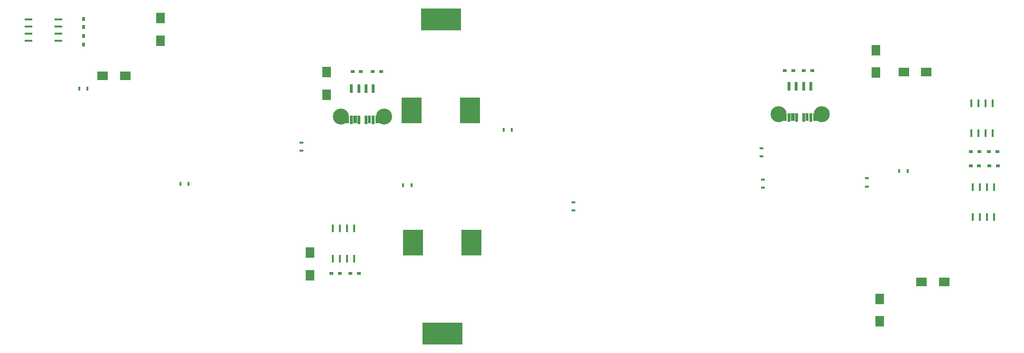
<source format=gbr>
G04 #@! TF.FileFunction,Paste,Top*
%FSLAX46Y46*%
G04 Gerber Fmt 4.6, Leading zero omitted, Abs format (unit mm)*
G04 Created by KiCad (PCBNEW 4.0.1-stable) date 12/11/2016 23:05:32*
%MOMM*%
G01*
G04 APERTURE LIST*
%ADD10C,0.100000*%
%ADD11R,1.560000X1.860000*%
%ADD12R,0.710000X1.410000*%
%ADD13R,0.610000X1.410000*%
%ADD14R,0.510000X1.610000*%
%ADD15C,2.860000*%
%ADD16R,0.660000X0.610000*%
%ADD17R,0.610000X0.660000*%
%ADD18R,7.226000X3.924000*%
%ADD19R,3.670000X4.686000*%
%ADD20R,0.460000X1.410000*%
%ADD21R,1.410000X0.460000*%
%ADD22R,0.360000X0.760000*%
%ADD23R,0.760000X0.360000*%
%ADD24R,1.860000X1.560000*%
G04 APERTURE END LIST*
D10*
D11*
X72644000Y29406000D03*
X72644000Y33406000D03*
D12*
X84709000Y57271000D03*
D13*
X83259000Y57271000D03*
D12*
X79309000Y57271000D03*
X80759000Y57271000D03*
D14*
X80059000Y57171000D03*
X81379000Y57171000D03*
X82639000Y57171000D03*
X83959000Y57171000D03*
X83959000Y62761000D03*
X82639000Y62761000D03*
X81359000Y62761000D03*
X80059000Y62781000D03*
D15*
X78149000Y57771000D03*
X85869000Y57771000D03*
D16*
X83864000Y65771000D03*
X85364000Y65771000D03*
D17*
X32258000Y73709000D03*
X32258000Y75209000D03*
D16*
X160764000Y65971000D03*
X162264000Y65971000D03*
D18*
X96266000Y18960000D03*
D19*
X101473000Y35216000D03*
X91059000Y35216000D03*
D18*
X96012000Y75094000D03*
D19*
X90805000Y58838000D03*
X101219000Y58838000D03*
D16*
X81364000Y29755000D03*
X79864000Y29755000D03*
X78015000Y29755000D03*
X76515000Y29755000D03*
X190564000Y51471000D03*
X192064000Y51471000D03*
X193864000Y48971000D03*
X195364000Y48971000D03*
X190512000Y48971000D03*
X192012000Y48971000D03*
D17*
X32258000Y70621000D03*
X32258000Y72121000D03*
D20*
X80584000Y37771000D03*
X79314000Y37771000D03*
X78044000Y37771000D03*
X76774000Y37771000D03*
X76774000Y32371000D03*
X78044000Y32371000D03*
X79314000Y32371000D03*
X80584000Y32371000D03*
X194437000Y60141000D03*
X193167000Y60141000D03*
X191897000Y60141000D03*
X190627000Y60141000D03*
X190627000Y54741000D03*
X191897000Y54741000D03*
X193167000Y54741000D03*
X194437000Y54741000D03*
X190881000Y39755000D03*
X192151000Y39755000D03*
X193421000Y39755000D03*
X194691000Y39755000D03*
X194691000Y45155000D03*
X193421000Y45155000D03*
X192151000Y45155000D03*
X190881000Y45155000D03*
D21*
X22446000Y75094000D03*
X22446000Y73824000D03*
X22446000Y72554000D03*
X22446000Y71284000D03*
X27846000Y71284000D03*
X27846000Y72554000D03*
X27846000Y73824000D03*
X27846000Y75094000D03*
D16*
X80276000Y65823000D03*
X81776000Y65823000D03*
X157364000Y65971000D03*
X158864000Y65971000D03*
X193764000Y51471000D03*
X195264000Y51471000D03*
D22*
X51042000Y45757000D03*
X49542000Y45757000D03*
X31508000Y62775000D03*
X33008000Y62775000D03*
X90764000Y45471000D03*
X89264000Y45471000D03*
D23*
X71120000Y51611000D03*
X71120000Y53111000D03*
X119634000Y40943000D03*
X119634000Y42443000D03*
D22*
X108700000Y55409000D03*
X107200000Y55409000D03*
D23*
X153416000Y45007000D03*
X153416000Y46507000D03*
X153162000Y50595000D03*
X153162000Y52095000D03*
X172014000Y45221000D03*
X172014000Y46721000D03*
D22*
X179264000Y47971000D03*
X177764000Y47971000D03*
D12*
X162764000Y57681000D03*
D13*
X161314000Y57681000D03*
D12*
X157364000Y57681000D03*
X158814000Y57681000D03*
D14*
X158114000Y57581000D03*
X159434000Y57581000D03*
X160694000Y57581000D03*
X162014000Y57581000D03*
X162014000Y63171000D03*
X160694000Y63171000D03*
X159414000Y63171000D03*
X158114000Y63191000D03*
D15*
X156204000Y58181000D03*
X163924000Y58181000D03*
D11*
X45974000Y71316000D03*
X45974000Y75316000D03*
D24*
X35719000Y65061000D03*
X39719000Y65061000D03*
X185769000Y28231000D03*
X181769000Y28231000D03*
D11*
X174244000Y25151000D03*
X174244000Y21151000D03*
X173609000Y65601000D03*
X173609000Y69601000D03*
D24*
X182594000Y65696000D03*
X178594000Y65696000D03*
D11*
X75614000Y65671000D03*
X75614000Y61671000D03*
M02*

</source>
